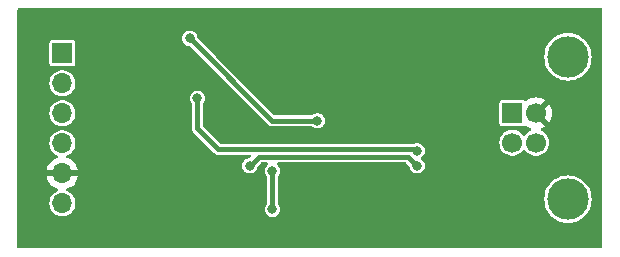
<source format=gbl>
G04 #@! TF.GenerationSoftware,KiCad,Pcbnew,7.0.1*
G04 #@! TF.CreationDate,2023-03-31T20:55:01+02:00*
G04 #@! TF.ProjectId,PMOD USB UART,504d4f44-2055-4534-9220-554152542e6b,V1.0*
G04 #@! TF.SameCoordinates,Original*
G04 #@! TF.FileFunction,Copper,L2,Bot*
G04 #@! TF.FilePolarity,Positive*
%FSLAX46Y46*%
G04 Gerber Fmt 4.6, Leading zero omitted, Abs format (unit mm)*
G04 Created by KiCad (PCBNEW 7.0.1) date 2023-03-31 20:55:01*
%MOMM*%
%LPD*%
G01*
G04 APERTURE LIST*
G04 #@! TA.AperFunction,ComponentPad*
%ADD10R,1.700000X1.700000*%
G04 #@! TD*
G04 #@! TA.AperFunction,ComponentPad*
%ADD11O,1.700000X1.700000*%
G04 #@! TD*
G04 #@! TA.AperFunction,ComponentPad*
%ADD12C,1.700000*%
G04 #@! TD*
G04 #@! TA.AperFunction,ComponentPad*
%ADD13C,3.500000*%
G04 #@! TD*
G04 #@! TA.AperFunction,ViaPad*
%ADD14C,0.800000*%
G04 #@! TD*
G04 #@! TA.AperFunction,Conductor*
%ADD15C,0.440000*%
G04 #@! TD*
G04 APERTURE END LIST*
D10*
X101600000Y-101600000D03*
D11*
X101600000Y-104140000D03*
X101600000Y-106680000D03*
X101600000Y-109220000D03*
X101600000Y-111760000D03*
X101600000Y-114300000D03*
D10*
X139700000Y-106680000D03*
D12*
X139700000Y-109180000D03*
X141700000Y-109180000D03*
X141700000Y-106680000D03*
D13*
X144410000Y-101910000D03*
X144410000Y-113950000D03*
D14*
X130302000Y-107950000D03*
X131191000Y-114554000D03*
X120650000Y-111252000D03*
X137287000Y-110490000D03*
X121031000Y-108458000D03*
X127254000Y-113792000D03*
X136779000Y-106426000D03*
X121539000Y-113157000D03*
X118364000Y-112014000D03*
X111125000Y-113030000D03*
X126746000Y-106426000D03*
X115570000Y-112014000D03*
X124079000Y-104521000D03*
X126746000Y-111506000D03*
X119380000Y-114808000D03*
X119380000Y-111563500D03*
X117475000Y-111125000D03*
X131629500Y-111125000D03*
X131629500Y-109855000D03*
X113030000Y-105410000D03*
X123190000Y-107315000D03*
X112395000Y-100330000D03*
D15*
X119380000Y-111563500D02*
X119380000Y-114808000D01*
X118232000Y-110368000D02*
X117475000Y-111125000D01*
X131629500Y-111125000D02*
X130872500Y-110368000D01*
X130872500Y-110368000D02*
X118232000Y-110368000D01*
X131502500Y-109728000D02*
X131629500Y-109855000D01*
X114808000Y-109728000D02*
X131502500Y-109728000D01*
X113030000Y-105410000D02*
X113030000Y-107950000D01*
X113030000Y-107950000D02*
X114808000Y-109728000D01*
X123190000Y-107315000D02*
X119380000Y-107315000D01*
X119380000Y-107315000D02*
X112395000Y-100330000D01*
G04 #@! TA.AperFunction,Conductor*
G36*
X147257500Y-97807113D02*
G01*
X147302887Y-97852500D01*
X147319500Y-97914500D01*
X147319500Y-117985500D01*
X147302887Y-118047500D01*
X147257500Y-118092887D01*
X147195500Y-118109500D01*
X97914500Y-118109500D01*
X97852500Y-118092887D01*
X97807113Y-118047500D01*
X97790500Y-117985500D01*
X97790500Y-112010000D01*
X100269364Y-112010000D01*
X100326569Y-112223492D01*
X100426399Y-112437576D01*
X100561893Y-112631081D01*
X100728918Y-112798106D01*
X100922423Y-112933600D01*
X101136508Y-113033430D01*
X101175584Y-113043901D01*
X101229261Y-113074125D01*
X101261771Y-113126449D01*
X101265090Y-113187961D01*
X101238399Y-113243479D01*
X101188285Y-113279303D01*
X101107360Y-113310653D01*
X100933958Y-113418018D01*
X100783236Y-113555419D01*
X100660324Y-113718181D01*
X100569418Y-113900748D01*
X100513602Y-114096916D01*
X100494785Y-114299999D01*
X100513602Y-114503083D01*
X100569418Y-114699251D01*
X100660324Y-114881818D01*
X100783236Y-115044580D01*
X100933958Y-115181981D01*
X101107361Y-115289347D01*
X101107363Y-115289348D01*
X101297544Y-115363024D01*
X101498024Y-115400500D01*
X101701974Y-115400500D01*
X101701976Y-115400500D01*
X101902456Y-115363024D01*
X102092637Y-115289348D01*
X102266041Y-115181981D01*
X102416764Y-115044579D01*
X102539673Y-114881821D01*
X102539673Y-114881819D01*
X102539675Y-114881818D01*
X102588800Y-114783161D01*
X102630582Y-114699250D01*
X102686397Y-114503083D01*
X102705215Y-114300000D01*
X102686397Y-114096917D01*
X102630582Y-113900750D01*
X102630209Y-113900001D01*
X102539675Y-113718181D01*
X102416763Y-113555419D01*
X102266041Y-113418018D01*
X102092640Y-113310653D01*
X102073382Y-113303192D01*
X102011712Y-113279301D01*
X101961600Y-113243479D01*
X101934909Y-113187961D01*
X101938228Y-113126449D01*
X101970738Y-113074124D01*
X102024416Y-113043901D01*
X102063490Y-113033431D01*
X102277576Y-112933600D01*
X102471081Y-112798106D01*
X102638106Y-112631081D01*
X102773600Y-112437576D01*
X102873430Y-112223492D01*
X102930636Y-112010000D01*
X100269364Y-112010000D01*
X97790500Y-112010000D01*
X97790500Y-111510000D01*
X100269364Y-111510000D01*
X102930636Y-111510000D01*
X102930635Y-111509999D01*
X102873430Y-111296507D01*
X102773599Y-111082421D01*
X102638109Y-110888921D01*
X102471081Y-110721893D01*
X102277576Y-110586399D01*
X102063488Y-110486567D01*
X102024413Y-110476097D01*
X101970736Y-110445873D01*
X101938228Y-110393549D01*
X101934910Y-110332037D01*
X101961601Y-110276519D01*
X102011713Y-110240697D01*
X102092637Y-110209348D01*
X102266041Y-110101981D01*
X102416764Y-109964579D01*
X102539673Y-109801821D01*
X102539673Y-109801819D01*
X102539675Y-109801818D01*
X102591279Y-109698181D01*
X102630582Y-109619250D01*
X102686397Y-109423083D01*
X102705215Y-109220000D01*
X102686397Y-109016917D01*
X102630582Y-108820750D01*
X102630209Y-108820001D01*
X102539675Y-108638181D01*
X102416763Y-108475419D01*
X102266041Y-108338018D01*
X102092638Y-108230652D01*
X101902457Y-108156976D01*
X101835629Y-108144483D01*
X101701976Y-108119500D01*
X101498024Y-108119500D01*
X101397784Y-108138237D01*
X101297542Y-108156976D01*
X101107361Y-108230652D01*
X100933958Y-108338018D01*
X100783236Y-108475419D01*
X100660324Y-108638181D01*
X100569418Y-108820748D01*
X100513602Y-109016916D01*
X100494785Y-109220000D01*
X100513602Y-109423083D01*
X100569418Y-109619251D01*
X100660324Y-109801818D01*
X100783236Y-109964580D01*
X100933958Y-110101981D01*
X101107361Y-110209347D01*
X101107363Y-110209348D01*
X101188286Y-110240697D01*
X101238398Y-110276519D01*
X101265089Y-110332037D01*
X101261771Y-110393548D01*
X101229263Y-110445873D01*
X101175586Y-110476097D01*
X101136511Y-110486567D01*
X100922421Y-110586400D01*
X100728921Y-110721890D01*
X100561890Y-110888921D01*
X100426400Y-111082421D01*
X100326569Y-111296507D01*
X100269364Y-111509999D01*
X100269364Y-111510000D01*
X97790500Y-111510000D01*
X97790500Y-106680000D01*
X100494785Y-106680000D01*
X100513602Y-106883083D01*
X100569418Y-107079251D01*
X100660324Y-107261818D01*
X100783236Y-107424580D01*
X100933958Y-107561981D01*
X101091566Y-107659567D01*
X101107363Y-107669348D01*
X101297544Y-107743024D01*
X101498024Y-107780500D01*
X101701974Y-107780500D01*
X101701976Y-107780500D01*
X101902456Y-107743024D01*
X102092637Y-107669348D01*
X102266041Y-107561981D01*
X102416764Y-107424579D01*
X102539673Y-107261821D01*
X102539673Y-107261819D01*
X102539675Y-107261818D01*
X102598593Y-107143492D01*
X102630582Y-107079250D01*
X102686397Y-106883083D01*
X102705215Y-106680000D01*
X102686397Y-106476917D01*
X102630582Y-106280750D01*
X102598593Y-106216507D01*
X102539675Y-106098181D01*
X102416763Y-105935419D01*
X102266041Y-105798018D01*
X102092638Y-105690652D01*
X101902457Y-105616976D01*
X101779726Y-105594034D01*
X101701976Y-105579500D01*
X101498024Y-105579500D01*
X101420279Y-105594033D01*
X101297542Y-105616976D01*
X101107361Y-105690652D01*
X100933958Y-105798018D01*
X100783236Y-105935419D01*
X100660324Y-106098181D01*
X100569418Y-106280748D01*
X100513602Y-106476916D01*
X100494785Y-106680000D01*
X97790500Y-106680000D01*
X97790500Y-105409999D01*
X112374721Y-105409999D01*
X112393763Y-105566818D01*
X112449780Y-105714523D01*
X112537550Y-105841681D01*
X112553885Y-105875231D01*
X112559500Y-105912121D01*
X112559500Y-107886091D01*
X112556666Y-107912450D01*
X112555873Y-107916091D01*
X112559184Y-107962374D01*
X112559500Y-107971220D01*
X112559500Y-107983648D01*
X112561268Y-107995949D01*
X112562213Y-108004742D01*
X112565525Y-108051040D01*
X112566832Y-108054545D01*
X112573384Y-108080216D01*
X112573917Y-108083918D01*
X112590167Y-108119500D01*
X112593196Y-108126132D01*
X112596584Y-108134312D01*
X112612805Y-108177804D01*
X112615043Y-108180794D01*
X112628566Y-108203585D01*
X112630120Y-108206987D01*
X112650626Y-108230652D01*
X112660520Y-108242070D01*
X112666065Y-108248951D01*
X112673514Y-108258901D01*
X112673517Y-108258904D01*
X112682287Y-108267674D01*
X112688321Y-108274154D01*
X112718720Y-108309236D01*
X112721860Y-108311254D01*
X112742501Y-108327888D01*
X114430113Y-110015501D01*
X114446745Y-110036138D01*
X114448764Y-110039280D01*
X114483836Y-110069670D01*
X114490317Y-110075705D01*
X114499094Y-110084483D01*
X114499097Y-110084485D01*
X114499099Y-110084487D01*
X114509056Y-110091940D01*
X114515934Y-110097484D01*
X114551013Y-110127880D01*
X114554409Y-110129430D01*
X114577202Y-110142953D01*
X114580195Y-110145194D01*
X114623684Y-110161414D01*
X114631850Y-110164796D01*
X114674082Y-110184083D01*
X114677778Y-110184614D01*
X114703459Y-110191169D01*
X114706960Y-110192475D01*
X114753262Y-110195786D01*
X114762058Y-110196732D01*
X114774352Y-110198500D01*
X114786771Y-110198500D01*
X114795616Y-110198815D01*
X114841910Y-110202127D01*
X114845561Y-110201333D01*
X114871916Y-110198500D01*
X117436751Y-110198500D01*
X117493046Y-110212015D01*
X117537069Y-110249615D01*
X117559224Y-110303102D01*
X117554682Y-110360818D01*
X117524432Y-110410181D01*
X117496432Y-110438181D01*
X117456204Y-110465061D01*
X117408751Y-110474500D01*
X117396015Y-110474500D01*
X117242635Y-110512303D01*
X117102761Y-110585716D01*
X116984515Y-110690471D01*
X116894780Y-110820476D01*
X116838763Y-110968181D01*
X116819721Y-111125000D01*
X116838763Y-111281818D01*
X116894780Y-111429523D01*
X116984515Y-111559528D01*
X116984516Y-111559529D01*
X116984517Y-111559530D01*
X117102760Y-111664283D01*
X117242635Y-111737696D01*
X117396015Y-111775500D01*
X117553985Y-111775500D01*
X117707365Y-111737696D01*
X117847240Y-111664283D01*
X117965483Y-111559530D01*
X118055220Y-111429523D01*
X118111237Y-111281818D01*
X118123722Y-111178982D01*
X118135331Y-111139647D01*
X118159134Y-111106252D01*
X118390569Y-110874818D01*
X118430799Y-110847939D01*
X118478251Y-110838500D01*
X118890430Y-110838500D01*
X118948056Y-110852704D01*
X118992480Y-110892060D01*
X119013526Y-110947554D01*
X119006372Y-111006472D01*
X118972658Y-111055313D01*
X118942061Y-111082421D01*
X118889515Y-111128971D01*
X118799780Y-111258976D01*
X118743763Y-111406681D01*
X118724721Y-111563500D01*
X118743763Y-111720318D01*
X118799780Y-111868023D01*
X118887550Y-111995181D01*
X118903885Y-112028731D01*
X118909500Y-112065621D01*
X118909500Y-114305879D01*
X118903885Y-114342769D01*
X118887550Y-114376319D01*
X118799780Y-114503476D01*
X118743763Y-114651181D01*
X118724721Y-114808000D01*
X118743763Y-114964818D01*
X118799780Y-115112523D01*
X118889515Y-115242528D01*
X118889516Y-115242529D01*
X118889517Y-115242530D01*
X119007760Y-115347283D01*
X119147635Y-115420696D01*
X119301015Y-115458500D01*
X119458985Y-115458500D01*
X119612365Y-115420696D01*
X119752240Y-115347283D01*
X119870483Y-115242530D01*
X119960220Y-115112523D01*
X120016237Y-114964818D01*
X120035278Y-114808000D01*
X120016237Y-114651182D01*
X119960220Y-114503477D01*
X119872450Y-114376319D01*
X119856115Y-114342769D01*
X119850500Y-114305879D01*
X119850500Y-113949999D01*
X142404389Y-113949999D01*
X142424804Y-114235429D01*
X142485629Y-114515041D01*
X142585634Y-114783163D01*
X142722772Y-115034313D01*
X142730458Y-115044580D01*
X142894261Y-115263395D01*
X143096605Y-115465739D01*
X143268415Y-115594354D01*
X143325686Y-115637227D01*
X143465435Y-115713535D01*
X143576839Y-115774367D01*
X143844954Y-115874369D01*
X143844957Y-115874369D01*
X143844958Y-115874370D01*
X143897217Y-115885738D01*
X144124572Y-115935196D01*
X144410000Y-115955610D01*
X144695428Y-115935196D01*
X144975046Y-115874369D01*
X145243161Y-115774367D01*
X145494315Y-115637226D01*
X145723395Y-115465739D01*
X145925739Y-115263395D01*
X146097226Y-115034315D01*
X146234367Y-114783161D01*
X146334369Y-114515046D01*
X146395196Y-114235428D01*
X146415610Y-113950000D01*
X146395196Y-113664572D01*
X146334369Y-113384954D01*
X146234367Y-113116839D01*
X146097226Y-112865685D01*
X145925739Y-112636605D01*
X145723395Y-112434261D01*
X145608855Y-112348517D01*
X145494313Y-112262772D01*
X145243163Y-112125634D01*
X145243162Y-112125633D01*
X145243161Y-112125633D01*
X145068123Y-112060347D01*
X144975041Y-112025629D01*
X144695429Y-111964804D01*
X144410000Y-111944389D01*
X144124570Y-111964804D01*
X143844958Y-112025629D01*
X143576836Y-112125634D01*
X143325686Y-112262772D01*
X143096602Y-112434263D01*
X142894263Y-112636602D01*
X142722772Y-112865686D01*
X142585634Y-113116836D01*
X142485629Y-113384958D01*
X142424804Y-113664570D01*
X142404389Y-113949999D01*
X119850500Y-113949999D01*
X119850500Y-112065621D01*
X119856115Y-112028731D01*
X119872450Y-111995181D01*
X119907508Y-111944390D01*
X119960220Y-111868023D01*
X120016237Y-111720318D01*
X120035278Y-111563500D01*
X120016237Y-111406682D01*
X119960220Y-111258977D01*
X119877853Y-111139647D01*
X119870484Y-111128971D01*
X119817939Y-111082421D01*
X119787341Y-111055313D01*
X119753628Y-111006472D01*
X119746474Y-110947554D01*
X119767520Y-110892060D01*
X119811944Y-110852704D01*
X119869570Y-110838500D01*
X130626251Y-110838500D01*
X130673704Y-110847939D01*
X130713932Y-110874819D01*
X130945361Y-111106248D01*
X130969167Y-111139645D01*
X130980776Y-111178982D01*
X130993263Y-111281818D01*
X131049280Y-111429523D01*
X131139015Y-111559528D01*
X131139016Y-111559529D01*
X131139017Y-111559530D01*
X131257260Y-111664283D01*
X131397135Y-111737696D01*
X131550515Y-111775500D01*
X131708485Y-111775500D01*
X131861865Y-111737696D01*
X132001740Y-111664283D01*
X132119983Y-111559530D01*
X132209720Y-111429523D01*
X132265737Y-111281818D01*
X132284778Y-111125000D01*
X132265737Y-110968182D01*
X132209720Y-110820477D01*
X132119983Y-110690470D01*
X132001740Y-110585717D01*
X132001736Y-110585715D01*
X131998464Y-110582816D01*
X131961587Y-110524499D01*
X131961587Y-110455501D01*
X131998464Y-110397184D01*
X132001736Y-110394284D01*
X132001740Y-110394283D01*
X132119983Y-110289530D01*
X132209720Y-110159523D01*
X132265737Y-110011818D01*
X132284778Y-109855000D01*
X132265737Y-109698182D01*
X132209720Y-109550477D01*
X132119983Y-109420470D01*
X132001740Y-109315717D01*
X131988494Y-109308764D01*
X131861864Y-109242303D01*
X131708485Y-109204500D01*
X131550515Y-109204500D01*
X131397134Y-109242303D01*
X131395246Y-109243295D01*
X131337618Y-109257500D01*
X115054250Y-109257500D01*
X115006797Y-109248061D01*
X114966569Y-109221181D01*
X114925388Y-109180000D01*
X138594785Y-109180000D01*
X138613602Y-109383083D01*
X138669418Y-109579251D01*
X138760324Y-109761818D01*
X138883236Y-109924580D01*
X139033958Y-110061981D01*
X139197049Y-110162962D01*
X139207363Y-110169348D01*
X139397544Y-110243024D01*
X139598024Y-110280500D01*
X139801974Y-110280500D01*
X139801976Y-110280500D01*
X140002456Y-110243024D01*
X140192637Y-110169348D01*
X140366041Y-110061981D01*
X140516764Y-109924579D01*
X140601044Y-109812972D01*
X140644728Y-109776698D01*
X140700000Y-109763698D01*
X140755272Y-109776698D01*
X140798954Y-109812972D01*
X140883234Y-109924578D01*
X141033958Y-110061981D01*
X141197049Y-110162962D01*
X141207363Y-110169348D01*
X141397544Y-110243024D01*
X141598024Y-110280500D01*
X141801974Y-110280500D01*
X141801976Y-110280500D01*
X142002456Y-110243024D01*
X142192637Y-110169348D01*
X142366041Y-110061981D01*
X142516764Y-109924579D01*
X142639673Y-109761821D01*
X142639673Y-109761819D01*
X142639675Y-109761818D01*
X142710664Y-109619250D01*
X142730582Y-109579250D01*
X142786397Y-109383083D01*
X142805215Y-109180000D01*
X142786397Y-108976917D01*
X142730582Y-108780750D01*
X142659591Y-108638179D01*
X142639675Y-108598181D01*
X142516763Y-108435419D01*
X142366041Y-108298018D01*
X142192640Y-108190653D01*
X142186194Y-108188156D01*
X142170081Y-108181914D01*
X142122812Y-108149355D01*
X142095269Y-108098996D01*
X142093354Y-108041629D01*
X142117478Y-107989545D01*
X142162472Y-107953906D01*
X142377576Y-107853600D01*
X142461373Y-107794925D01*
X141434128Y-106767680D01*
X141402034Y-106712092D01*
X141402034Y-106680000D01*
X142053553Y-106680000D01*
X142814925Y-107441373D01*
X142873600Y-107357576D01*
X142973430Y-107143492D01*
X143034569Y-106915318D01*
X143055157Y-106680000D01*
X143034569Y-106444681D01*
X142973430Y-106216507D01*
X142873599Y-106002421D01*
X142814926Y-105918626D01*
X142814925Y-105918625D01*
X142053553Y-106680000D01*
X141402034Y-106680000D01*
X141402034Y-106647905D01*
X141434128Y-106592318D01*
X141700000Y-106326447D01*
X142461373Y-105565073D01*
X142461373Y-105565072D01*
X142377580Y-105506400D01*
X142163492Y-105406569D01*
X141935318Y-105345430D01*
X141700000Y-105324842D01*
X141464681Y-105345430D01*
X141236507Y-105406569D01*
X141022420Y-105506400D01*
X140844908Y-105630695D01*
X140799743Y-105650373D01*
X140750480Y-105650910D01*
X140704896Y-105632223D01*
X140647740Y-105594034D01*
X140574675Y-105579500D01*
X140574674Y-105579500D01*
X138825326Y-105579500D01*
X138825325Y-105579500D01*
X138752261Y-105594033D01*
X138669399Y-105649399D01*
X138614033Y-105732261D01*
X138599500Y-105805325D01*
X138599500Y-107554675D01*
X138614033Y-107627738D01*
X138614033Y-107627739D01*
X138614034Y-107627740D01*
X138669399Y-107710601D01*
X138752260Y-107765966D01*
X138780644Y-107771612D01*
X138825325Y-107780500D01*
X138825326Y-107780500D01*
X140574674Y-107780500D01*
X140574675Y-107780500D01*
X140609809Y-107773511D01*
X140647740Y-107765966D01*
X140704898Y-107727774D01*
X140750479Y-107709089D01*
X140799743Y-107709626D01*
X140844908Y-107729304D01*
X141022420Y-107853599D01*
X141237527Y-107953906D01*
X141282521Y-107989545D01*
X141306645Y-108041629D01*
X141304731Y-108098996D01*
X141277187Y-108149354D01*
X141229917Y-108181914D01*
X141207363Y-108190651D01*
X141033958Y-108298018D01*
X140883236Y-108435419D01*
X140798954Y-108547028D01*
X140755271Y-108583301D01*
X140700000Y-108596301D01*
X140644729Y-108583301D01*
X140601046Y-108547028D01*
X140516763Y-108435419D01*
X140366041Y-108298018D01*
X140192638Y-108190652D01*
X140002457Y-108116976D01*
X139906271Y-108098996D01*
X139801976Y-108079500D01*
X139598024Y-108079500D01*
X139497783Y-108098238D01*
X139397542Y-108116976D01*
X139207361Y-108190652D01*
X139033958Y-108298018D01*
X138883236Y-108435419D01*
X138760324Y-108598181D01*
X138669418Y-108780748D01*
X138613602Y-108976916D01*
X138594785Y-109180000D01*
X114925388Y-109180000D01*
X113536819Y-107791432D01*
X113509939Y-107751204D01*
X113500500Y-107703751D01*
X113500500Y-105912121D01*
X113506115Y-105875231D01*
X113522450Y-105841681D01*
X113597976Y-105732261D01*
X113610220Y-105714523D01*
X113666237Y-105566818D01*
X113685278Y-105410000D01*
X113684861Y-105406569D01*
X113674938Y-105324842D01*
X113666237Y-105253182D01*
X113610220Y-105105477D01*
X113520483Y-104975470D01*
X113402240Y-104870717D01*
X113388994Y-104863764D01*
X113262364Y-104797303D01*
X113108985Y-104759500D01*
X112951015Y-104759500D01*
X112797635Y-104797303D01*
X112657761Y-104870716D01*
X112539515Y-104975471D01*
X112449780Y-105105476D01*
X112393763Y-105253181D01*
X112374721Y-105409999D01*
X97790500Y-105409999D01*
X97790500Y-104140000D01*
X100494785Y-104140000D01*
X100513602Y-104343083D01*
X100569418Y-104539251D01*
X100660324Y-104721818D01*
X100783236Y-104884580D01*
X100933958Y-105021981D01*
X101107361Y-105129347D01*
X101107363Y-105129348D01*
X101297544Y-105203024D01*
X101498024Y-105240500D01*
X101701974Y-105240500D01*
X101701976Y-105240500D01*
X101902456Y-105203024D01*
X102092637Y-105129348D01*
X102266041Y-105021981D01*
X102416764Y-104884579D01*
X102539673Y-104721821D01*
X102539673Y-104721819D01*
X102539675Y-104721818D01*
X102585313Y-104630161D01*
X102630582Y-104539250D01*
X102686397Y-104343083D01*
X102705215Y-104140000D01*
X102686397Y-103936917D01*
X102630582Y-103740750D01*
X102627403Y-103734365D01*
X102539675Y-103558181D01*
X102416763Y-103395419D01*
X102266041Y-103258018D01*
X102092638Y-103150652D01*
X101902457Y-103076976D01*
X101835629Y-103064483D01*
X101701976Y-103039500D01*
X101498024Y-103039500D01*
X101397783Y-103058238D01*
X101297542Y-103076976D01*
X101107361Y-103150652D01*
X100933958Y-103258018D01*
X100783236Y-103395419D01*
X100660324Y-103558181D01*
X100569418Y-103740748D01*
X100513602Y-103936916D01*
X100494785Y-104140000D01*
X97790500Y-104140000D01*
X97790500Y-102474675D01*
X100499500Y-102474675D01*
X100514033Y-102547738D01*
X100514033Y-102547739D01*
X100514034Y-102547740D01*
X100569399Y-102630601D01*
X100652260Y-102685966D01*
X100688792Y-102693232D01*
X100725325Y-102700500D01*
X100725326Y-102700500D01*
X102474674Y-102700500D01*
X102474675Y-102700500D01*
X102499029Y-102695655D01*
X102547740Y-102685966D01*
X102630601Y-102630601D01*
X102685966Y-102547740D01*
X102700500Y-102474674D01*
X102700500Y-100725326D01*
X102685966Y-100652260D01*
X102630601Y-100569399D01*
X102547740Y-100514034D01*
X102547739Y-100514033D01*
X102547738Y-100514033D01*
X102474675Y-100499500D01*
X102474674Y-100499500D01*
X100725326Y-100499500D01*
X100725325Y-100499500D01*
X100652261Y-100514033D01*
X100569399Y-100569399D01*
X100514033Y-100652261D01*
X100499500Y-100725325D01*
X100499500Y-102474675D01*
X97790500Y-102474675D01*
X97790500Y-100330000D01*
X111739721Y-100330000D01*
X111758763Y-100486818D01*
X111814780Y-100634523D01*
X111904515Y-100764528D01*
X111904516Y-100764529D01*
X111904517Y-100764530D01*
X112022760Y-100869283D01*
X112162635Y-100942696D01*
X112316015Y-100980500D01*
X112328751Y-100980500D01*
X112376204Y-100989939D01*
X112416432Y-101016819D01*
X119002114Y-107602502D01*
X119018744Y-107623137D01*
X119020764Y-107626280D01*
X119020765Y-107626281D01*
X119020766Y-107626282D01*
X119055836Y-107656671D01*
X119062317Y-107662705D01*
X119071094Y-107671483D01*
X119071097Y-107671485D01*
X119071099Y-107671487D01*
X119081056Y-107678940D01*
X119087934Y-107684484D01*
X119123013Y-107714880D01*
X119126409Y-107716430D01*
X119149202Y-107729953D01*
X119152195Y-107732194D01*
X119195684Y-107748414D01*
X119203850Y-107751796D01*
X119246082Y-107771083D01*
X119249778Y-107771614D01*
X119275459Y-107778169D01*
X119278960Y-107779475D01*
X119325262Y-107782786D01*
X119334058Y-107783732D01*
X119346352Y-107785500D01*
X119358771Y-107785500D01*
X119367616Y-107785815D01*
X119413910Y-107789127D01*
X119417561Y-107788333D01*
X119443916Y-107785500D01*
X122693092Y-107785500D01*
X122737062Y-107793558D01*
X122775317Y-107816683D01*
X122807456Y-107845154D01*
X122817760Y-107854283D01*
X122957635Y-107927696D01*
X123111015Y-107965500D01*
X123268985Y-107965500D01*
X123422365Y-107927696D01*
X123562240Y-107854283D01*
X123680483Y-107749530D01*
X123770220Y-107619523D01*
X123826237Y-107471818D01*
X123845278Y-107315000D01*
X123826237Y-107158182D01*
X123770220Y-107010477D01*
X123680483Y-106880470D01*
X123562240Y-106775717D01*
X123546927Y-106767680D01*
X123422364Y-106702303D01*
X123268985Y-106664500D01*
X123111015Y-106664500D01*
X122957635Y-106702303D01*
X122817758Y-106775718D01*
X122775317Y-106813317D01*
X122737062Y-106836442D01*
X122693092Y-106844500D01*
X119626250Y-106844500D01*
X119578797Y-106835061D01*
X119538569Y-106808181D01*
X114640386Y-101909999D01*
X142404389Y-101909999D01*
X142424804Y-102195429D01*
X142485629Y-102475041D01*
X142585634Y-102743163D01*
X142722772Y-102994313D01*
X142756599Y-103039500D01*
X142894261Y-103223395D01*
X143096605Y-103425739D01*
X143268415Y-103554354D01*
X143325686Y-103597227D01*
X143465435Y-103673535D01*
X143576839Y-103734367D01*
X143844954Y-103834369D01*
X143844957Y-103834369D01*
X143844958Y-103834370D01*
X143897217Y-103845738D01*
X144124572Y-103895196D01*
X144410000Y-103915610D01*
X144695428Y-103895196D01*
X144975046Y-103834369D01*
X145243161Y-103734367D01*
X145494315Y-103597226D01*
X145723395Y-103425739D01*
X145925739Y-103223395D01*
X146097226Y-102994315D01*
X146234367Y-102743161D01*
X146334369Y-102475046D01*
X146395196Y-102195428D01*
X146415610Y-101910000D01*
X146395196Y-101624572D01*
X146334369Y-101344954D01*
X146234367Y-101076839D01*
X146161119Y-100942696D01*
X146097227Y-100825686D01*
X146022098Y-100725326D01*
X145925739Y-100596605D01*
X145723395Y-100394261D01*
X145608855Y-100308517D01*
X145494313Y-100222772D01*
X145243163Y-100085634D01*
X145243162Y-100085633D01*
X145243161Y-100085633D01*
X144975046Y-99985631D01*
X144975041Y-99985629D01*
X144695429Y-99924804D01*
X144410000Y-99904389D01*
X144124570Y-99924804D01*
X143844958Y-99985629D01*
X143576836Y-100085634D01*
X143325686Y-100222772D01*
X143096602Y-100394263D01*
X142894263Y-100596602D01*
X142722772Y-100825686D01*
X142585634Y-101076836D01*
X142485629Y-101344958D01*
X142424804Y-101624570D01*
X142404389Y-101909999D01*
X114640386Y-101909999D01*
X113079137Y-100348750D01*
X113055331Y-100315352D01*
X113043722Y-100276014D01*
X113037258Y-100222774D01*
X113031237Y-100173182D01*
X112975220Y-100025477D01*
X112891640Y-99904390D01*
X112885484Y-99895471D01*
X112885483Y-99895470D01*
X112767240Y-99790717D01*
X112753994Y-99783764D01*
X112627364Y-99717303D01*
X112473985Y-99679500D01*
X112316015Y-99679500D01*
X112162635Y-99717303D01*
X112022761Y-99790716D01*
X111904515Y-99895471D01*
X111814780Y-100025476D01*
X111758763Y-100173181D01*
X111739721Y-100330000D01*
X97790500Y-100330000D01*
X97790500Y-97914500D01*
X97807113Y-97852500D01*
X97852500Y-97807113D01*
X97914500Y-97790500D01*
X147195500Y-97790500D01*
X147257500Y-97807113D01*
G37*
G04 #@! TD.AperFunction*
M02*

</source>
